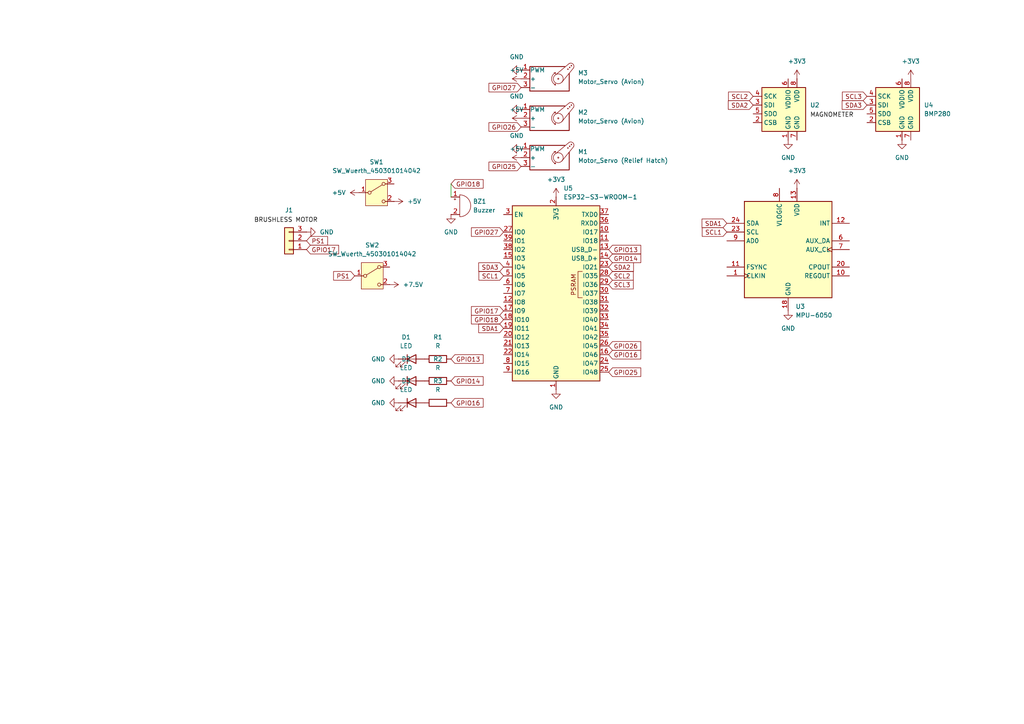
<source format=kicad_sch>
(kicad_sch (version 20250114) (generator "eeschema") (generator_version "9.0")
  (paper "A4")
  (lib_symbols
    (symbol "Connector_Generic:Conn_01x03" (pin_names (offset 1.016) (hide yes))
      (property "Reference" "J" (at 0 5.08 0))
      (property "Value" "Conn_01x03" (at 0 -5.08 0))
      (symbol "Conn_01x03_1_1"
        (rectangle (start -1.27 3.81) (end 1.27 -3.81) (stroke (width 0.254)) (fill (type background)))
        (rectangle (start -1.27 2.667) (end 0 2.413) (stroke (width 0.1524)))
        (rectangle (start -1.27 0.127) (end 0 -0.127) (stroke (width 0.1524)))
        (rectangle (start -1.27 -2.413) (end 0 -2.667) (stroke (width 0.1524)))
        (pin passive line (at -5.08 2.54 0) (length 3.81) (name "Pin_1") (number "1"))
        (pin passive line (at -5.08 0 0) (length 3.81) (name "Pin_2") (number "2"))
        (pin passive line (at -5.08 -2.54 0) (length 3.81) (name "Pin_3") (number "3"))
      )
    )
    (symbol "Device:Buzzer" (pin_names (offset 0.0254) (hide yes))
      (property "Reference" "BZ" (at 3.81 1.27 0))
      (property "Value" "Buzzer" (at 3.81 -1.27 0))
      (symbol "Buzzer_0_1"
        (polyline (pts (xy -1.651 1.905) (xy -1.143 1.905)))
        (polyline (pts (xy -1.397 2.159) (xy -1.397 1.651)))
        (arc (start 0 3.175) (mid 3.1612 0) (end 0 -3.175))
        (polyline (pts (xy 0 3.175) (xy 0 -3.175)))
      )
      (symbol "Buzzer_1_1"
        (pin passive line (at -2.54 2.54 0) (length 2.54) (name "+") (number "1"))
        (pin passive line (at -2.54 -2.54 0) (length 2.54) (name "-") (number "2"))
      )
    )
    (symbol "Device:LED" (pin_numbers (hide yes)) (pin_names (offset 1.016) (hide yes))
      (property "Reference" "D" (at 0 2.54 0))
      (property "Value" "LED" (at 0 -2.54 0))
      (symbol "LED_0_1"
        (polyline (pts (xy -3.048 -0.762) (xy -4.572 -2.286) (xy -3.81 -2.286) (xy -4.572 -2.286) (xy -4.572 -1.524)))
        (polyline (pts (xy -1.778 -0.762) (xy -3.302 -2.286) (xy -2.54 -2.286) (xy -3.302 -2.286) (xy -3.302 -1.524)))
        (polyline (pts (xy -1.27 0) (xy 1.27 0)))
        (polyline (pts (xy -1.27 -1.27) (xy -1.27 1.27)) (stroke (width 0.254)))
        (polyline (pts (xy 1.27 -1.27) (xy 1.27 1.27) (xy -1.27 0) (xy 1.27 -1.27)) (stroke (width 0.254)))
      )
      (symbol "LED_1_1"
        (pin passive line (at -3.81 0 0) (length 2.54) (name "K") (number "1"))
        (pin passive line (at 3.81 0 180) (length 2.54) (name "A") (number "2"))
      )
    )
    (symbol "Device:R" (pin_numbers (hide yes)) (pin_names (offset 0))
      (property "Reference" "R" (at 2.032 0 90))
      (property "Value" "R" (at 0 0 90))
      (symbol "R_0_1"
        (rectangle (start -1.016 -2.54) (end 1.016 2.54) (stroke (width 0.254)))
      )
      (symbol "R_1_1"
        (pin passive line (at 0 3.81 270) (length 1.27) (name "~") (number "1"))
        (pin passive line (at 0 -3.81 90) (length 1.27) (name "~") (number "2"))
      )
    )
    (symbol "Motor:Motor_Servo" (pin_names (offset 0.0254))
      (property "Reference" "M" (at -5.08 4.445 0))
      (property "Value" "Motor_Servo" (at -5.08 -4.064 0))
      (symbol "Motor_Servo_0_1"
        (polyline (pts (xy 2.413 1.778) (xy 1.905 1.778)))
        (polyline (pts (xy 2.413 1.778) (xy 2.286 1.397)))
        (polyline (pts (xy 2.413 -1.778) (xy 2.032 -1.778)))
        (polyline (pts (xy 2.413 -1.778) (xy 2.286 -1.397)))
        (arc (start 2.413 -1.778) (mid 1.2406 0) (end 2.413 1.778))
        (circle (center 3.175 0) (radius 0.1778))
        (circle (center 3.175 0) (radius 1.4224))
        (polyline (pts (xy 5.08 3.556) (xy -5.08 3.556) (xy -5.08 -3.556) (xy 6.35 -3.556) (xy 6.35 1.524)) (stroke (width 0.254)))
        (circle (center 5.969 2.794) (radius 0.127))
        (polyline (pts (xy 6.35 4.445) (xy 2.54 1.27)))
        (circle (center 6.477 3.302) (radius 0.127))
        (arc (start 6.35 4.445) (mid 7.4487 4.2737) (end 7.62 3.175))
        (circle (center 6.985 3.81) (radius 0.127))
        (polyline (pts (xy 7.62 3.175) (xy 4.191 -1.016)))
      )
      (symbol "Motor_Servo_1_1"
        (pin passive line (at -7.62 2.54 0) (length 2.54) (name "PWM") (number "1"))
        (pin passive line (at -7.62 0 0) (length 2.54) (name "+") (number "2"))
        (pin passive line (at -7.62 -2.54 0) (length 2.54) (name "-") (number "3"))
      )
    )
    (symbol "RF_Module:ESP32-S3-WROOM-1"
      (property "Reference" "U" (at -12.7 26.67 0))
      (property "Value" "ESP32-S3-WROOM-1" (at 12.7 26.67 0))
      (symbol "ESP32-S3-WROOM-1_0_0"
        (rectangle (start -12.7 25.4) (end 12.7 -25.4) (stroke (width 0.254)) (fill (type background)))
        (text "PSRAM" (at 5.08 2.54 900) (effects (font (size 1.27 1.27))))
      )
      (symbol "ESP32-S3-WROOM-1_0_1"
        (polyline (pts (xy 7.62 -1.27) (xy 6.35 -1.27) (xy 6.35 6.35) (xy 7.62 6.35)))
      )
      (symbol "ESP32-S3-WROOM-1_1_1"
        (pin input line (at -15.24 22.86 0) (length 2.54) (name "EN") (number "3"))
        (pin bidirectional line (at -15.24 17.78 0) (length 2.54) (name "IO0") (number "27"))
        (pin bidirectional line (at -15.24 15.24 0) (length 2.54) (name "IO1") (number "39"))
        (pin bidirectional line (at -15.24 12.7 0) (length 2.54) (name "IO2") (number "38"))
        (pin bidirectional line (at -15.24 10.16 0) (length 2.54) (name "IO3") (number "15"))
        (pin bidirectional line (at -15.24 7.62 0) (length 2.54) (name "IO4") (number "4"))
        (pin bidirectional line (at -15.24 5.08 0) (length 2.54) (name "IO5") (number "5"))
        (pin bidirectional line (at -15.24 2.54 0) (length 2.54) (name "IO6") (number "6"))
        (pin bidirectional line (at -15.24 0 0) (length 2.54) (name "IO7") (number "7"))
        (pin bidirectional line (at -15.24 -2.54 0) (length 2.54) (name "IO8") (number "12"))
        (pin bidirectional line (at -15.24 -5.08 0) (length 2.54) (name "IO9") (number "17"))
        (pin bidirectional line (at -15.24 -7.62 0) (length 2.54) (name "IO10") (number "18"))
        (pin bidirectional line (at -15.24 -10.16 0) (length 2.54) (name "IO11") (number "19"))
        (pin bidirectional line (at -15.24 -12.7 0) (length 2.54) (name "IO12") (number "20"))
        (pin bidirectional line (at -15.24 -15.24 0) (length 2.54) (name "IO13") (number "21"))
        (pin bidirectional line (at -15.24 -17.78 0) (length 2.54) (name "IO14") (number "22"))
        (pin bidirectional line (at -15.24 -20.32 0) (length 2.54) (name "IO15") (number "8"))
        (pin bidirectional line (at -15.24 -22.86 0) (length 2.54) (name "IO16") (number "9"))
        (pin power_in line (at 0 27.94 270) (length 2.54) (name "3V3") (number "2"))
        (pin power_in line (at 0 -27.94 90) (length 2.54) (name "GND") (number "1"))
        (pin passive line (at 0 -27.94 90) (length 2.54) (hide yes) (name "GND") (number "40"))
        (pin passive line (at 0 -27.94 90) (length 2.54) (hide yes) (name "GND") (number "41"))
        (pin bidirectional line (at 15.24 22.86 180) (length 2.54) (name "TXD0") (number "37"))
        (pin bidirectional line (at 15.24 20.32 180) (length 2.54) (name "RXD0") (number "36"))
        (pin bidirectional line (at 15.24 17.78 180) (length 2.54) (name "IO17") (number "10"))
        (pin bidirectional line (at 15.24 15.24 180) (length 2.54) (name "IO18") (number "11"))
        (pin bidirectional line (at 15.24 12.7 180) (length 2.54) (name "USB_D-") (number "13"))
        (pin bidirectional line (at 15.24 10.16 180) (length 2.54) (name "USB_D+") (number "14"))
        (pin bidirectional line (at 15.24 7.62 180) (length 2.54) (name "IO21") (number "23"))
        (pin bidirectional line (at 15.24 5.08 180) (length 2.54) (name "IO35") (number "28"))
        (pin bidirectional line (at 15.24 2.54 180) (length 2.54) (name "IO36") (number "29"))
        (pin bidirectional line (at 15.24 0 180) (length 2.54) (name "IO37") (number "30"))
        (pin bidirectional line (at 15.24 -2.54 180) (length 2.54) (name "IO38") (number "31"))
        (pin bidirectional line (at 15.24 -5.08 180) (length 2.54) (name "IO39") (number "32"))
        (pin bidirectional line (at 15.24 -7.62 180) (length 2.54) (name "IO40") (number "33"))
        (pin bidirectional line (at 15.24 -10.16 180) (length 2.54) (name "IO41") (number "34"))
        (pin bidirectional line (at 15.24 -12.7 180) (length 2.54) (name "IO42") (number "35"))
        (pin bidirectional line (at 15.24 -15.24 180) (length 2.54) (name "IO45") (number "26"))
        (pin bidirectional line (at 15.24 -17.78 180) (length 2.54) (name "IO46") (number "16"))
        (pin bidirectional line (at 15.24 -20.32 180) (length 2.54) (name "IO47") (number "24"))
        (pin bidirectional line (at 15.24 -22.86 180) (length 2.54) (name "IO48") (number "25"))
      )
    )
    (symbol "Sensor_Motion:MPU-6050"
      (property "Reference" "U" (at -11.43 13.97 0))
      (property "Value" "MPU-6050" (at 7.62 -15.24 0))
      (symbol "MPU-6050_0_0"
        (text "" (at 12.7 -2.54 0) (effects (font (size 1.27 1.27))))
      )
      (symbol "MPU-6050_0_1"
        (rectangle (start -12.7 13.97) (end 12.7 -13.97) (stroke (width 0.254)) (fill (type background)))
      )
      (symbol "MPU-6050_1_1"
        (pin bidirectional line (at -17.78 7.62 0) (length 5.08) (name "SDA") (number "24"))
        (pin input line (at -17.78 5.08 0) (length 5.08) (name "SCL") (number "23"))
        (pin input line (at -17.78 2.54 0) (length 5.08) (name "AD0") (number "9"))
        (pin input line (at -17.78 -5.08 0) (length 5.08) (name "FSYNC") (number "11"))
        (pin input clock (at -17.78 -7.62 0) (length 5.08) (name "CLKIN") (number "1"))
        (pin no_connect line (at -12.7 12.7 0) (length 2.54) (hide yes) (name "NC") (number "2"))
        (pin no_connect line (at -12.7 10.16 0) (length 2.54) (hide yes) (name "NC") (number "3"))
        (pin no_connect line (at -12.7 0 0) (length 2.54) (hide yes) (name "NC") (number "4"))
        (pin no_connect line (at -12.7 -2.54 0) (length 2.54) (hide yes) (name "NC") (number "5"))
        (pin no_connect line (at -12.7 -10.16 0) (length 2.54) (hide yes) (name "NC") (number "14"))
        (pin power_in line (at -2.54 17.78 270) (length 3.81) (name "VLOGIC") (number "8"))
        (pin power_in line (at 0 -17.78 90) (length 3.81) (name "GND") (number "18"))
        (pin power_in line (at 2.54 17.78 270) (length 3.81) (name "VDD") (number "13"))
        (pin no_connect line (at 12.7 12.7 180) (length 2.54) (hide yes) (name "NC") (number "15"))
        (pin no_connect line (at 12.7 10.16 180) (length 2.54) (hide yes) (name "NC") (number "16"))
        (pin no_connect line (at 12.7 5.08 180) (length 2.54) (hide yes) (name "NC") (number "17"))
        (pin no_connect line (at 12.7 -2.54 180) (length 2.54) (hide yes) (name "RESV") (number "21"))
        (pin no_connect line (at 12.7 -10.16 180) (length 2.54) (hide yes) (name "RESV") (number "19"))
        (pin no_connect line (at 12.7 -12.7 180) (length 2.54) (hide yes) (name "RESV") (number "22"))
        (pin output line (at 17.78 7.62 180) (length 5.08) (name "INT") (number "12"))
        (pin bidirectional line (at 17.78 2.54 180) (length 5.08) (name "AUX_DA") (number "6"))
        (pin output clock (at 17.78 0 180) (length 5.08) (name "AUX_CL") (number "7"))
        (pin passive line (at 17.78 -5.08 180) (length 5.08) (name "CPOUT") (number "20"))
        (pin passive line (at 17.78 -7.62 180) (length 5.08) (name "REGOUT") (number "10"))
      )
    )
    (symbol "Sensor_Pressure:BMP280"
      (property "Reference" "U" (at -7.62 10.16 0))
      (property "Value" "BMP280" (at 5.08 10.16 0))
      (symbol "BMP280_0_1"
        (rectangle (start -7.62 -5.08) (end 5.08 7.62) (stroke (width 0.254)) (fill (type background)))
      )
      (symbol "BMP280_1_1"
        (pin input line (at -10.16 5.08 0) (length 2.54) (name "SCK") (number "4"))
        (pin bidirectional line (at -10.16 2.54 0) (length 2.54) (name "SDI") (number "3"))
        (pin bidirectional line (at -10.16 0 0) (length 2.54) (name "SDO") (number "5"))
        (pin input line (at -10.16 -2.54 0) (length 2.54) (name "CSB") (number "2"))
        (pin power_in line (at 0 10.16 270) (length 2.54) (name "VDDIO") (number "6"))
        (pin power_in line (at 0 -7.62 90) (length 2.54) (name "GND") (number "1"))
        (pin power_in line (at 2.54 10.16 270) (length 2.54) (name "VDD") (number "8"))
        (pin power_in line (at 2.54 -7.62 90) (length 2.54) (name "GND") (number "7"))
      )
    )
    (symbol "Switch:SW_Wuerth_450301014042" (pin_names (offset 1) (hide yes))
      (property "Reference" "SW" (at 0 5.08 0))
      (property "Value" "SW_Wuerth_450301014042" (at 0 -5.08 0))
      (symbol "SW_Wuerth_450301014042_0_1"
        (circle (center -2.032 0) (radius 0.4572))
        (polyline (pts (xy -1.651 0.254) (xy 1.651 2.286)))
        (circle (center 2.032 2.54) (radius 0.4572))
        (circle (center 2.032 -2.54) (radius 0.4572))
      )
      (symbol "SW_Wuerth_450301014042_1_1"
        (rectangle (start -3.175 3.81) (end 3.175 -3.81) (fill (type background)))
        (pin passive line (at -5.08 0 0) (length 2.54) (name "B") (number "1"))
        (pin passive line (at 5.08 2.54 180) (length 2.54) (name "A") (number "3"))
        (pin passive line (at 5.08 -2.54 180) (length 2.54) (name "C") (number "2"))
      )
    )
    (symbol "power:+3V3" (power) (pin_numbers (hide yes)) (pin_names (offset 0) (hide yes))
      (property "Value" "+3V3" (at 0 3.556 0))
      (symbol "+3V3_0_1"
        (polyline (pts (xy -0.762 1.27) (xy 0 2.54)))
        (polyline (pts (xy 0 2.54) (xy 0.762 1.27)))
        (polyline (pts (xy 0 0) (xy 0 2.54)))
      )
      (symbol "+3V3_1_1"
        (pin power_in line (at 0 0 90) (length 0) (name "~") (number "1"))
      )
    )
    (symbol "power:+5V" (power) (pin_numbers (hide yes)) (pin_names (offset 0) (hide yes))
      (property "Value" "+5V" (at 0 3.556 0))
      (symbol "+5V_0_1"
        (polyline (pts (xy -0.762 1.27) (xy 0 2.54)))
        (polyline (pts (xy 0 2.54) (xy 0.762 1.27)))
        (polyline (pts (xy 0 0) (xy 0 2.54)))
      )
      (symbol "+5V_1_1"
        (pin power_in line (at 0 0 90) (length 0) (name "~") (number "1"))
      )
    )
    (symbol "power:+7.5V" (power) (pin_numbers (hide yes)) (pin_names (offset 0) (hide yes))
      (property "Value" "+7.5V" (at 0 3.556 0))
      (symbol "+7.5V_0_1"
        (polyline (pts (xy -0.762 1.27) (xy 0 2.54)))
        (polyline (pts (xy 0 2.54) (xy 0.762 1.27)))
        (polyline (pts (xy 0 0) (xy 0 2.54)))
      )
      (symbol "+7.5V_1_1"
        (pin power_in line (at 0 0 90) (length 0) (name "~") (number "1"))
      )
    )
    (symbol "power:GND" (power) (pin_numbers (hide yes)) (pin_names (offset 0) (hide yes))
      (property "Value" "GND" (at 0 -3.81 0))
      (symbol "GND_0_1"
        (polyline (pts (xy 0 0) (xy 0 -1.27) (xy 1.27 -1.27) (xy 0 -2.54) (xy -1.27 -1.27) (xy 0 -1.27)))
      )
      (symbol "GND_1_1"
        (pin power_in line (at 0 0 270) (length 0) (name "~") (number "1"))
      )
    )
  )
  (wire (pts (xy 130.81 57.15) (xy 130.81 53.34)))
  (label "BRUSHLESS MOTOR" (at 73.66 64.77 0))
  (label "MAGNOMETER" (at 234.95 34.29 0))
  (global_label "SCL2" (shape input) (at 218.44 27.94 180) (property "Intersheetrefs" "${INTERSHEET_REFS}" (effects (hide yes))))
  (global_label "GPIO13" (shape input) (at 176.53 72.39 0) (property "Intersheetrefs" "${INTERSHEET_REFS}" (effects (hide yes))))
  (global_label "GPIO16" (shape input) (at 176.53 102.87 0) (property "Intersheetrefs" "${INTERSHEET_REFS}" (effects (hide yes))))
  (global_label "PS1" (shape input) (at 88.9 69.85 0) (property "Intersheetrefs" "${INTERSHEET_REFS}" (effects (hide yes))))
  (global_label "SCL1" (shape input) (at 210.82 67.31 180) (property "Intersheetrefs" "${INTERSHEET_REFS}" (effects (hide yes))))
  (global_label "GPIO25" (shape input) (at 176.53 107.95 0) (property "Intersheetrefs" "${INTERSHEET_REFS}" (effects (hide yes))))
  (global_label "GPIO14" (shape input) (at 176.53 74.93 0) (property "Intersheetrefs" "${INTERSHEET_REFS}" (effects (hide yes))))
  (global_label "GPIO27" (shape input) (at 146.05 67.31 180) (property "Intersheetrefs" "${INTERSHEET_REFS}" (effects (hide yes))))
  (global_label "SDA1" (shape input) (at 146.05 95.25 180) (property "Intersheetrefs" "${INTERSHEET_REFS}" (effects (hide yes))))
  (global_label "GPIO18" (shape input) (at 130.81 53.34 0) (property "Intersheetrefs" "${INTERSHEET_REFS}" (effects (hide yes))))
  (global_label "GPIO26" (shape input) (at 176.53 100.33 0) (property "Intersheetrefs" "${INTERSHEET_REFS}" (effects (hide yes))))
  (global_label "GPIO25" (shape input) (at 151.13 48.26 180) (property "Intersheetrefs" "${INTERSHEET_REFS}" (effects (hide yes))))
  (global_label "GPIO27" (shape input) (at 151.13 25.4 180) (property "Intersheetrefs" "${INTERSHEET_REFS}" (effects (hide yes))))
  (global_label "GPIO16" (shape input) (at 130.81 116.84 0) (property "Intersheetrefs" "${INTERSHEET_REFS}" (effects (hide yes))))
  (global_label "SDA2" (shape input) (at 218.44 30.48 180) (property "Intersheetrefs" "${INTERSHEET_REFS}" (effects (hide yes))))
  (global_label "SDA1" (shape input) (at 210.82 64.77 180) (property "Intersheetrefs" "${INTERSHEET_REFS}" (effects (hide yes))))
  (global_label "GPIO26" (shape input) (at 151.13 36.83 180) (property "Intersheetrefs" "${INTERSHEET_REFS}" (effects (hide yes))))
  (global_label "SCL1" (shape input) (at 146.05 80.01 180) (property "Intersheetrefs" "${INTERSHEET_REFS}" (effects (hide yes))))
  (global_label "SCL3" (shape input) (at 251.46 27.94 180) (property "Intersheetrefs" "${INTERSHEET_REFS}" (effects (hide yes))))
  (global_label "SDA3" (shape input) (at 146.05 77.47 180) (property "Intersheetrefs" "${INTERSHEET_REFS}" (effects (hide yes))))
  (global_label "SDA2" (shape input) (at 176.53 77.47 0) (property "Intersheetrefs" "${INTERSHEET_REFS}" (effects (hide yes))))
  (global_label "GPIO17" (shape input) (at 146.05 90.17 180) (property "Intersheetrefs" "${INTERSHEET_REFS}" (effects (hide yes))))
  (global_label "SCL2" (shape input) (at 176.53 80.01 0) (property "Intersheetrefs" "${INTERSHEET_REFS}" (effects (hide yes))))
  (global_label "GPIO13" (shape input) (at 130.81 104.14 0) (property "Intersheetrefs" "${INTERSHEET_REFS}" (effects (hide yes))))
  (global_label "PS1" (shape input) (at 102.87 80.01 180) (property "Intersheetrefs" "${INTERSHEET_REFS}" (effects (hide yes))))
  (global_label "GPIO14" (shape input) (at 130.81 110.49 0) (property "Intersheetrefs" "${INTERSHEET_REFS}" (effects (hide yes))))
  (global_label "GPIO17" (shape input) (at 88.9 72.39 0) (property "Intersheetrefs" "${INTERSHEET_REFS}" (effects (hide yes))))
  (global_label "GPIO18" (shape input) (at 146.05 92.71 180) (property "Intersheetrefs" "${INTERSHEET_REFS}" (effects (hide yes))))
  (global_label "SCL3" (shape input) (at 176.53 82.55 0) (property "Intersheetrefs" "${INTERSHEET_REFS}" (effects (hide yes))))
  (global_label "SDA3" (shape input) (at 251.46 30.48 180) (property "Intersheetrefs" "${INTERSHEET_REFS}" (effects (hide yes))))
  (symbol (lib_id "Connector_Generic:Conn_01x03") (at 83.82 69.85 180) (unit 1)
    (property "Reference" "J1" (at 83.82 60.96 0))
    (property "Value" "Conn_01x03" (effects (hide yes)))
    (property "Description" "Generic connector, single row, 01x03, script generated (kicad-library-utils/schlib/autogen/connector/)" (effects (hide yes)))
  )
  (symbol (lib_id "power:+5V") (at 104.14 55.88 90) (unit 1)
    (property "Reference" "#PWR016" (effects (hide yes)))
    (property "Value" "+5V" (at 100.33 55.8799 90) (effects (justify left)))
    (property "Description" "Power symbol creates a global label with name \"+5V\"" (effects (hide yes)))
  )
  (symbol (lib_id "Sensor_Pressure:BMP280") (at 261.62 33.02 0) (unit 1)
    (property "Reference" "U4" (at 267.97 30.4799 0) (effects (justify left)))
    (property "Value" "BMP280" (at 267.97 33.0199 0) (effects (justify left)))
    (property "Footprint" "Sensor_Motion:InvenSense_QFN-24_4x4mm_P0.5mm" (effects (hide yes)))
    (property "Datasheet" "https://ae-bst.resource.bosch.com/media/_tech/media/datasheets/BST-BMP280-DS001.pdf" (effects (hide yes)))
    (property "Description" "Absolute Barometric Pressure Sensor, LGA-8" (effects (hide yes)))
  )
  (symbol (lib_id "Device:R") (at 127 104.14 90) (unit 1)
    (property "Reference" "R1" (at 127 97.79 90))
    (property "Value" "R" (at 127 100.33 90))
    (property "Description" "Resistor" (effects (hide yes)))
  )
  (symbol (lib_id "power:GND") (at 228.6 40.64 0) (unit 1)
    (property "Reference" "#PWR020" (effects (hide yes)))
    (property "Value" "GND" (at 228.6 45.72 0))
    (property "Description" "Power symbol creates a global label with name \"GND\" , ground" (effects (hide yes)))
  )
  (symbol (lib_id "power:GND") (at 261.62 40.64 0) (unit 1)
    (property "Reference" "#PWR021" (effects (hide yes)))
    (property "Value" "GND" (at 261.62 45.72 0))
    (property "Description" "Power symbol creates a global label with name \"GND\" , ground" (effects (hide yes)))
  )
  (symbol (lib_id "RF_Module:ESP32-S3-WROOM-1") (at 161.29 85.09 0) (unit 1)
    (property "Reference" "U5" (at 163.4333 54.61 0) (effects (justify left)))
    (property "Value" "ESP32-S3-WROOM-1" (at 163.4333 57.15 0) (effects (justify left)))
    (property "Footprint" "RF_Module:ESP32-S3-WROOM-1" (effects (hide yes)))
    (property "Datasheet" "https://www.espressif.com/sites/default/files/documentation/esp32-s3-wroom-1_wroom-1u_datasheet_en.pdf" (effects (hide yes)))
    (property "Description" "RF Module, ESP32-S3 SoC, Wi-Fi 802.11b/g/n, Bluetooth, BLE, 32-bit, 3.3V, onboard antenna, SMD" (effects (hide yes)))
  )
  (symbol (lib_id "Device:R") (at 127 110.49 90) (unit 1)
    (property "Reference" "R2" (at 127 104.14 90))
    (property "Value" "R" (at 127 106.68 90))
    (property "Description" "Resistor" (effects (hide yes)))
  )
  (symbol (lib_id "power:GND") (at 115.57 110.49 270) (unit 1)
    (property "Reference" "#PWR011" (effects (hide yes)))
    (property "Value" "GND" (at 111.76 110.4899 90) (effects (justify right)))
    (property "Description" "Power symbol creates a global label with name \"GND\" , ground" (effects (hide yes)))
  )
  (symbol (lib_id "power:GND") (at 161.29 113.03 0) (unit 1)
    (property "Reference" "#PWR09" (effects (hide yes)))
    (property "Value" "GND" (at 161.29 118.11 0))
    (property "Description" "Power symbol creates a global label with name \"GND\" , ground" (effects (hide yes)))
  )
  (symbol (lib_id "power:+3V3") (at 231.14 54.61 0) (unit 1)
    (property "Reference" "#PWR019" (effects (hide yes)))
    (property "Value" "+3V3" (at 231.14 49.53 0))
    (property "Description" "Power symbol creates a global label with name \"+3V3\"" (effects (hide yes)))
  )
  (symbol (lib_id "Switch:SW_Wuerth_450301014042") (at 107.95 80.01 0) (unit 1)
    (property "Reference" "SW2" (at 107.95 71.12 0))
    (property "Value" "SW_Wuerth_450301014042" (at 107.95 73.66 0))
    (property "Footprint" "Button_Switch_THT:SW_Slide-03_Wuerth-WS-SLTV_10x2.5x6.4_P2.54mm" (effects (hide yes)))
    (property "Datasheet" "https://www.we-online.com/components/products/datasheet/450301014042.pdf" (effects (hide yes)))
    (property "Description" "Switch slide, single pole double throw" (effects (hide yes)))
  )
  (symbol (lib_id "Switch:SW_Wuerth_450301014042") (at 109.22 55.88 0) (unit 1)
    (property "Reference" "SW1" (at 109.22 46.99 0))
    (property "Value" "SW_Wuerth_450301014042" (at 109.22 49.53 0))
    (property "Footprint" "Button_Switch_THT:SW_Slide-03_Wuerth-WS-SLTV_10x2.5x6.4_P2.54mm" (effects (hide yes)))
    (property "Datasheet" "https://www.we-online.com/components/products/datasheet/450301014042.pdf" (effects (hide yes)))
    (property "Description" "Switch slide, single pole double throw" (effects (hide yes)))
  )
  (symbol (lib_id "power:+5V") (at 151.13 34.29 90) (unit 1)
    (property "Reference" "#PWR05" (effects (hide yes)))
    (property "Value" "+5V" (at 149.86 31.75 90))
    (property "Description" "Power symbol creates a global label with name \"+5V\"" (effects (hide yes)))
  )
  (symbol (lib_id "Sensor_Pressure:BMP280") (at 228.6 33.02 0) (unit 1)
    (property "Reference" "U2" (at 234.95 30.4799 0) (effects (justify left)))
    (property "Value" "BMP280" (effects (hide yes)))
    (property "Footprint" "Sensor_Motion:InvenSense_QFN-24_4x4mm_P0.5mm" (effects (hide yes)))
    (property "Datasheet" "https://ae-bst.resource.bosch.com/media/_tech/media/datasheets/BST-BMP280-DS001.pdf" (effects (hide yes)))
    (property "Description" "Absolute Barometric Pressure Sensor, LGA-8" (effects (hide yes)))
  )
  (symbol (lib_id "power:GND") (at 228.6 90.17 0) (unit 1)
    (property "Reference" "#PWR022" (effects (hide yes)))
    (property "Value" "GND" (at 228.6 95.25 0))
    (property "Description" "Power symbol creates a global label with name \"GND\" , ground" (effects (hide yes)))
  )
  (symbol (lib_id "power:GND") (at 151.13 31.75 270) (unit 1)
    (property "Reference" "#PWR04" (effects (hide yes)))
    (property "Value" "GND" (at 149.86 27.94 90))
    (property "Description" "Power symbol creates a global label with name \"GND\" , ground" (effects (hide yes)))
  )
  (symbol (lib_id "power:+7.5V") (at 113.03 82.55 270) (unit 1)
    (property "Reference" "#PWR013" (effects (hide yes)))
    (property "Value" "+7.5V" (at 116.84 82.5499 90) (effects (justify left)))
    (property "Description" "Power symbol creates a global label with name \"+7.5V\"" (effects (hide yes)))
  )
  (symbol (lib_id "power:GND") (at 130.81 62.23 0) (unit 1)
    (property "Reference" "#PWR01" (effects (hide yes)))
    (property "Value" "GND" (at 130.81 67.31 0))
    (property "Description" "Power symbol creates a global label with name \"GND\" , ground" (effects (hide yes)))
  )
  (symbol (lib_id "power:GND") (at 151.13 43.18 270) (unit 1)
    (property "Reference" "#PWR02" (effects (hide yes)))
    (property "Value" "GND" (at 149.86 39.37 90))
    (property "Description" "Power symbol creates a global label with name \"GND\" , ground" (effects (hide yes)))
  )
  (symbol (lib_id "power:GND") (at 115.57 104.14 270) (unit 1)
    (property "Reference" "#PWR010" (effects (hide yes)))
    (property "Value" "GND" (at 111.76 104.1399 90) (effects (justify right)))
    (property "Description" "Power symbol creates a global label with name \"GND\" , ground" (effects (hide yes)))
  )
  (symbol (lib_id "power:GND") (at 88.9 67.31 90) (unit 1)
    (property "Reference" "#PWR014" (effects (hide yes)))
    (property "Value" "GND" (at 92.71 67.3099 90) (effects (justify right)))
    (property "Description" "Power symbol creates a global label with name \"GND\" , ground" (effects (hide yes)))
  )
  (symbol (lib_id "power:+5V") (at 151.13 45.72 90) (unit 1)
    (property "Reference" "#PWR03" (effects (hide yes)))
    (property "Value" "+5V" (at 149.86 43.18 90))
    (property "Description" "Power symbol creates a global label with name \"+5V\"" (effects (hide yes)))
  )
  (symbol (lib_id "power:+3V3") (at 264.16 22.86 0) (unit 1)
    (property "Reference" "#PWR018" (effects (hide yes)))
    (property "Value" "+3V3" (at 264.16 17.78 0))
    (property "Description" "Power symbol creates a global label with name \"+3V3\"" (effects (hide yes)))
  )
  (symbol (lib_id "Motor:Motor_Servo") (at 158.75 45.72 0) (unit 1)
    (property "Reference" "M1" (at 167.64 44.0168 0) (effects (justify left)))
    (property "Value" "Motor_Servo (Relief Hatch)" (at 167.64 46.5568 0) (effects (justify left)))
    (property "Datasheet" "http://forums.parallax.com/uploads/attachments/46831/74481.png" (effects (hide yes)))
    (property "Description" "Servo Motor (Futaba, HiTec, JR connector)" (effects (hide yes)))
  )
  (symbol (lib_id "Motor:Motor_Servo") (at 158.75 22.86 0) (unit 1)
    (property "Reference" "M3" (at 167.64 21.1568 0) (effects (justify left)))
    (property "Value" "Motor_Servo (Avion)" (at 167.64 23.6968 0) (effects (justify left)))
    (property "Datasheet" "http://forums.parallax.com/uploads/attachments/46831/74481.png" (effects (hide yes)))
    (property "Description" "Servo Motor (Futaba, HiTec, JR connector)" (effects (hide yes)))
  )
  (symbol (lib_id "Device:LED") (at 119.38 116.84 0) (unit 1)
    (property "Reference" "D3" (at 117.7925 110.49 0))
    (property "Value" "LED" (at 117.7925 113.03 0))
    (property "Description" "Light emitting diode" (effects (hide yes)))
    (property "Sim.Pins" "1=K 2=A" (effects (hide yes)))
  )
  (symbol (lib_id "power:+3V3") (at 231.14 22.86 0) (unit 1)
    (property "Reference" "#PWR017" (effects (hide yes)))
    (property "Value" "+3V3" (at 231.14 17.78 0))
    (property "Description" "Power symbol creates a global label with name \"+3V3\"" (effects (hide yes)))
  )
  (symbol (lib_id "Device:LED") (at 119.38 110.49 0) (unit 1)
    (property "Reference" "D2" (at 117.7925 104.14 0))
    (property "Value" "LED" (at 117.7925 106.68 0))
    (property "Description" "Light emitting diode" (effects (hide yes)))
    (property "Sim.Pins" "1=K 2=A" (effects (hide yes)))
  )
  (symbol (lib_id "power:GND") (at 151.13 20.32 270) (unit 1)
    (property "Reference" "#PWR06" (effects (hide yes)))
    (property "Value" "GND" (at 149.86 16.51 90))
    (property "Description" "Power symbol creates a global label with name \"GND\" , ground" (effects (hide yes)))
  )
  (symbol (lib_id "power:+5V") (at 151.13 22.86 90) (unit 1)
    (property "Reference" "#PWR07" (effects (hide yes)))
    (property "Value" "+5V" (at 149.86 20.32 90))
    (property "Description" "Power symbol creates a global label with name \"+5V\"" (effects (hide yes)))
  )
  (symbol (lib_id "Sensor_Motion:MPU-6050") (at 228.6 72.39 0) (unit 1)
    (property "Reference" "U3" (at 230.7433 88.9 0) (effects (justify left)))
    (property "Value" "MPU-6050" (at 230.7433 91.44 0) (effects (justify left)))
    (property "Footprint" "Sensor_Motion:InvenSense_QFN-24_4x4mm_P0.5mm" (effects (hide yes)))
    (property "Datasheet" "https://invensense.tdk.com/wp-content/uploads/2015/02/MPU-6000-Datasheet1.pdf" (effects (hide yes)))
    (property "Description" "InvenSense 6-Axis Motion Sensor, Gyroscope, Accelerometer, I2C" (effects (hide yes)))
  )
  (symbol (lib_id "Device:Buzzer") (at 133.35 59.69 0) (unit 1)
    (property "Reference" "BZ1" (at 137.16 58.4199 0) (effects (justify left)))
    (property "Value" "Buzzer" (at 137.16 60.9599 0) (effects (justify left)))
    (property "Description" "Buzzer, polarized" (effects (hide yes)))
  )
  (symbol (lib_id "Motor:Motor_Servo") (at 158.75 34.29 0) (unit 1)
    (property "Reference" "M2" (at 167.64 32.5868 0) (effects (justify left)))
    (property "Value" "Motor_Servo (Avion)" (at 167.64 35.1268 0) (effects (justify left)))
    (property "Datasheet" "http://forums.parallax.com/uploads/attachments/46831/74481.png" (effects (hide yes)))
    (property "Description" "Servo Motor (Futaba, HiTec, JR connector)" (effects (hide yes)))
  )
  (symbol (lib_id "Device:R") (at 127 116.84 90) (unit 1)
    (property "Reference" "R3" (at 127 110.49 90))
    (property "Value" "R" (at 127 113.03 90))
    (property "Description" "Resistor" (effects (hide yes)))
  )
  (symbol (lib_id "Device:LED") (at 119.38 104.14 0) (unit 1)
    (property "Reference" "D1" (at 117.7925 97.79 0))
    (property "Value" "LED" (at 117.7925 100.33 0))
    (property "Description" "Light emitting diode" (effects (hide yes)))
    (property "Sim.Pins" "1=K 2=A" (effects (hide yes)))
  )
  (symbol (lib_id "power:+3V3") (at 161.29 57.15 0) (unit 1)
    (property "Reference" "#PWR08" (effects (hide yes)))
    (property "Value" "+3V3" (at 161.29 52.07 0))
    (property "Description" "Power symbol creates a global label with name \"+3V3\"" (effects (hide yes)))
  )
  (symbol (lib_id "power:+5V") (at 114.3 58.42 270) (unit 1)
    (property "Reference" "#PWR015" (effects (hide yes)))
    (property "Value" "+5V" (at 118.11 58.4199 90) (effects (justify left)))
    (property "Description" "Power symbol creates a global label with name \"+5V\"" (effects (hide yes)))
  )
  (symbol (lib_id "power:GND") (at 115.57 116.84 270) (unit 1)
    (property "Reference" "#PWR012" (effects (hide yes)))
    (property "Value" "GND" (at 111.76 116.8399 90) (effects (justify right)))
    (property "Description" "Power symbol creates a global label with name \"GND\" , ground" (effects (hide yes)))
  )
)
</source>
